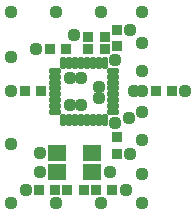
<source format=gts>
*%FSLAX24Y24*%
*%MOIN*%
G01*
%ADD11C,0.0010*%
%ADD12C,0.0030*%
%ADD13C,0.0043*%
%ADD14C,0.0050*%
%ADD15C,0.0060*%
%ADD16C,0.0070*%
%ADD17C,0.0073*%
%ADD18C,0.0080*%
%ADD19C,0.0100*%
%ADD20C,0.0110*%
%ADD21C,0.0118*%
%ADD22C,0.0150*%
%ADD23C,0.0200*%
%ADD24C,0.0300*%
%ADD25C,0.0360*%
%ADD26C,0.0440*%
%ADD27C,0.0600*%
%ADD28R,0.0300X0.0300*%
%ADD29R,0.0380X0.0380*%
%ADD30R,0.0551X0.0453*%
%ADD31R,0.0631X0.0533*%
%ADD32O,0.0118X0.0354*%
%ADD33O,0.0198X0.0434*%
%ADD34O,0.0354X0.0118*%
%ADD35O,0.0434X0.0198*%
D26*
X19510Y16760D02*
D03*
Y14000D02*
D03*
Y16080D02*
D03*
Y17440D02*
D03*
Y18360D02*
D03*
Y15150D02*
D03*
Y19410D02*
D03*
Y13030D02*
D03*
X15150Y17920D02*
D03*
X16650Y13030D02*
D03*
X18150D02*
D03*
X15150Y19410D02*
D03*
X16650D02*
D03*
X18150D02*
D03*
X15150Y14990D02*
D03*
X18060Y16910D02*
D03*
Y16550D02*
D03*
X18620Y15720D02*
D03*
Y17810D02*
D03*
X19100Y14680D02*
D03*
X15150Y13030D02*
D03*
X16100Y14060D02*
D03*
X17470Y17210D02*
D03*
Y16300D02*
D03*
X15630Y13460D02*
D03*
X18960D02*
D03*
X15981Y18168D02*
D03*
X16100Y14691D02*
D03*
X18430Y14060D02*
D03*
X15150Y16788D02*
D03*
X17110Y17210D02*
D03*
Y16300D02*
D03*
X17240Y18650D02*
D03*
X19100Y18810D02*
D03*
X20940Y16760D02*
D03*
X19240D02*
D03*
X19080Y15870D02*
D03*
D29*
X19960Y16760D02*
D03*
X20510D02*
D03*
X18660Y14683D02*
D03*
Y15233D02*
D03*
X16978Y18168D02*
D03*
X16620Y13460D02*
D03*
X17020D02*
D03*
X17970D02*
D03*
X17570D02*
D03*
X16141Y16788D02*
D03*
X18660Y18260D02*
D03*
X16070Y13460D02*
D03*
X18520D02*
D03*
X16428Y18168D02*
D03*
X15591Y16788D02*
D03*
X18660Y18810D02*
D03*
X17709Y18187D02*
D03*
X18259D02*
D03*
X17709Y18587D02*
D03*
X18259D02*
D03*
D31*
X16670Y14060D02*
D03*
X17850Y14691D02*
D03*
Y14060D02*
D03*
X16670Y14691D02*
D03*
D33*
X16881Y15799D02*
D03*
X17078D02*
D03*
X17668D02*
D03*
X17865D02*
D03*
X18062D02*
D03*
X17275D02*
D03*
X17472D02*
D03*
X18259D02*
D03*
Y17721D02*
D03*
X18062D02*
D03*
X17472D02*
D03*
X17275D02*
D03*
X17078D02*
D03*
X17865D02*
D03*
X17668D02*
D03*
X16881D02*
D03*
D35*
X18531Y16071D02*
D03*
Y16268D02*
D03*
Y16858D02*
D03*
Y17055D02*
D03*
Y17252D02*
D03*
Y16465D02*
D03*
Y16662D02*
D03*
Y17449D02*
D03*
X16609D02*
D03*
Y17252D02*
D03*
Y16662D02*
D03*
Y16465D02*
D03*
Y16268D02*
D03*
Y17055D02*
D03*
Y16858D02*
D03*
Y16071D02*
D03*
M02*

</source>
